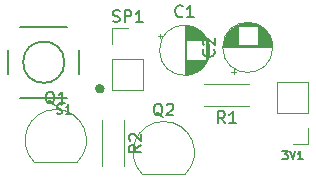
<source format=gbr>
%TF.GenerationSoftware,KiCad,Pcbnew,(5.1.12)-1*%
%TF.CreationDate,2023-08-26T19:38:22+05:30*%
%TF.ProjectId,BURGLAR  ALARAM,42555247-4c41-4522-9020-414c4152414d,rev?*%
%TF.SameCoordinates,Original*%
%TF.FileFunction,Legend,Top*%
%TF.FilePolarity,Positive*%
%FSLAX46Y46*%
G04 Gerber Fmt 4.6, Leading zero omitted, Abs format (unit mm)*
G04 Created by KiCad (PCBNEW (5.1.12)-1) date 2023-08-26 19:38:22*
%MOMM*%
%LPD*%
G01*
G04 APERTURE LIST*
%ADD10C,0.120000*%
%ADD11C,0.127000*%
%ADD12C,0.400000*%
%ADD13C,0.150000*%
G04 APERTURE END LIST*
D10*
%TO.C,SP1*%
X130496000Y-73212000D02*
X133156000Y-73212000D01*
X130496000Y-70612000D02*
X130496000Y-73212000D01*
X133156000Y-70612000D02*
X133156000Y-73212000D01*
X130496000Y-70612000D02*
X133156000Y-70612000D01*
X130496000Y-69342000D02*
X130496000Y-68012000D01*
X130496000Y-68012000D02*
X131826000Y-68012000D01*
D11*
%TO.C,S1*%
X127714000Y-71866000D02*
X127714000Y-69866000D01*
X121714000Y-71866000D02*
X121714000Y-69866000D01*
X126714000Y-73866000D02*
X122714000Y-73866000D01*
X126714000Y-67866000D02*
X122714000Y-67866000D01*
X126464000Y-70866000D02*
G75*
G03*
X126464000Y-70866000I-1750000J0D01*
G01*
D12*
X129664000Y-73116000D02*
G75*
G03*
X129664000Y-73116000I-200000J0D01*
G01*
D10*
%TO.C,R2*%
X131476000Y-75804000D02*
X131476000Y-79644000D01*
X129636000Y-75804000D02*
X129636000Y-79644000D01*
%TO.C,R1*%
X142128000Y-74580000D02*
X138288000Y-74580000D01*
X142128000Y-72740000D02*
X138288000Y-72740000D01*
%TO.C,Q2*%
X133074000Y-80336000D02*
X136674000Y-80336000D01*
X136712478Y-80324478D02*
G75*
G03*
X134874000Y-75886000I-1838478J1838478D01*
G01*
X133035522Y-80324478D02*
G75*
G02*
X134874000Y-75886000I1838478J1838478D01*
G01*
%TO.C,Q1*%
X123930000Y-79320000D02*
X127530000Y-79320000D01*
X127568478Y-79308478D02*
G75*
G03*
X125730000Y-74870000I-1838478J1838478D01*
G01*
X123891522Y-79308478D02*
G75*
G02*
X125730000Y-74870000I1838478J1838478D01*
G01*
%TO.C,C2*%
X144106000Y-69612000D02*
G75*
G03*
X144106000Y-69612000I-2120000J0D01*
G01*
X139906000Y-69612000D02*
X144066000Y-69612000D01*
X139906000Y-69572000D02*
X144066000Y-69572000D01*
X139907000Y-69532000D02*
X144065000Y-69532000D01*
X139909000Y-69492000D02*
X144063000Y-69492000D01*
X139912000Y-69452000D02*
X144060000Y-69452000D01*
X139915000Y-69412000D02*
X141146000Y-69412000D01*
X142826000Y-69412000D02*
X144057000Y-69412000D01*
X139919000Y-69372000D02*
X141146000Y-69372000D01*
X142826000Y-69372000D02*
X144053000Y-69372000D01*
X139924000Y-69332000D02*
X141146000Y-69332000D01*
X142826000Y-69332000D02*
X144048000Y-69332000D01*
X139930000Y-69292000D02*
X141146000Y-69292000D01*
X142826000Y-69292000D02*
X144042000Y-69292000D01*
X139936000Y-69252000D02*
X141146000Y-69252000D01*
X142826000Y-69252000D02*
X144036000Y-69252000D01*
X139944000Y-69212000D02*
X141146000Y-69212000D01*
X142826000Y-69212000D02*
X144028000Y-69212000D01*
X139952000Y-69172000D02*
X141146000Y-69172000D01*
X142826000Y-69172000D02*
X144020000Y-69172000D01*
X139961000Y-69132000D02*
X141146000Y-69132000D01*
X142826000Y-69132000D02*
X144011000Y-69132000D01*
X139970000Y-69092000D02*
X141146000Y-69092000D01*
X142826000Y-69092000D02*
X144002000Y-69092000D01*
X139981000Y-69052000D02*
X141146000Y-69052000D01*
X142826000Y-69052000D02*
X143991000Y-69052000D01*
X139992000Y-69012000D02*
X141146000Y-69012000D01*
X142826000Y-69012000D02*
X143980000Y-69012000D01*
X140004000Y-68972000D02*
X141146000Y-68972000D01*
X142826000Y-68972000D02*
X143968000Y-68972000D01*
X140018000Y-68932000D02*
X141146000Y-68932000D01*
X142826000Y-68932000D02*
X143954000Y-68932000D01*
X140032000Y-68891000D02*
X141146000Y-68891000D01*
X142826000Y-68891000D02*
X143940000Y-68891000D01*
X140046000Y-68851000D02*
X141146000Y-68851000D01*
X142826000Y-68851000D02*
X143926000Y-68851000D01*
X140062000Y-68811000D02*
X141146000Y-68811000D01*
X142826000Y-68811000D02*
X143910000Y-68811000D01*
X140079000Y-68771000D02*
X141146000Y-68771000D01*
X142826000Y-68771000D02*
X143893000Y-68771000D01*
X140097000Y-68731000D02*
X141146000Y-68731000D01*
X142826000Y-68731000D02*
X143875000Y-68731000D01*
X140116000Y-68691000D02*
X141146000Y-68691000D01*
X142826000Y-68691000D02*
X143856000Y-68691000D01*
X140135000Y-68651000D02*
X141146000Y-68651000D01*
X142826000Y-68651000D02*
X143837000Y-68651000D01*
X140156000Y-68611000D02*
X141146000Y-68611000D01*
X142826000Y-68611000D02*
X143816000Y-68611000D01*
X140178000Y-68571000D02*
X141146000Y-68571000D01*
X142826000Y-68571000D02*
X143794000Y-68571000D01*
X140201000Y-68531000D02*
X141146000Y-68531000D01*
X142826000Y-68531000D02*
X143771000Y-68531000D01*
X140226000Y-68491000D02*
X141146000Y-68491000D01*
X142826000Y-68491000D02*
X143746000Y-68491000D01*
X140251000Y-68451000D02*
X141146000Y-68451000D01*
X142826000Y-68451000D02*
X143721000Y-68451000D01*
X140278000Y-68411000D02*
X141146000Y-68411000D01*
X142826000Y-68411000D02*
X143694000Y-68411000D01*
X140306000Y-68371000D02*
X141146000Y-68371000D01*
X142826000Y-68371000D02*
X143666000Y-68371000D01*
X140336000Y-68331000D02*
X141146000Y-68331000D01*
X142826000Y-68331000D02*
X143636000Y-68331000D01*
X140367000Y-68291000D02*
X141146000Y-68291000D01*
X142826000Y-68291000D02*
X143605000Y-68291000D01*
X140399000Y-68251000D02*
X141146000Y-68251000D01*
X142826000Y-68251000D02*
X143573000Y-68251000D01*
X140434000Y-68211000D02*
X141146000Y-68211000D01*
X142826000Y-68211000D02*
X143538000Y-68211000D01*
X140470000Y-68171000D02*
X141146000Y-68171000D01*
X142826000Y-68171000D02*
X143502000Y-68171000D01*
X140508000Y-68131000D02*
X141146000Y-68131000D01*
X142826000Y-68131000D02*
X143464000Y-68131000D01*
X140548000Y-68091000D02*
X141146000Y-68091000D01*
X142826000Y-68091000D02*
X143424000Y-68091000D01*
X140590000Y-68051000D02*
X141146000Y-68051000D01*
X142826000Y-68051000D02*
X143382000Y-68051000D01*
X140635000Y-68011000D02*
X141146000Y-68011000D01*
X142826000Y-68011000D02*
X143337000Y-68011000D01*
X140682000Y-67971000D02*
X141146000Y-67971000D01*
X142826000Y-67971000D02*
X143290000Y-67971000D01*
X140732000Y-67931000D02*
X141146000Y-67931000D01*
X142826000Y-67931000D02*
X143240000Y-67931000D01*
X140786000Y-67891000D02*
X141146000Y-67891000D01*
X142826000Y-67891000D02*
X143186000Y-67891000D01*
X140844000Y-67851000D02*
X141146000Y-67851000D01*
X142826000Y-67851000D02*
X143128000Y-67851000D01*
X140906000Y-67811000D02*
X141146000Y-67811000D01*
X142826000Y-67811000D02*
X143066000Y-67811000D01*
X140973000Y-67771000D02*
X142999000Y-67771000D01*
X141046000Y-67731000D02*
X142926000Y-67731000D01*
X141127000Y-67691000D02*
X142845000Y-67691000D01*
X141218000Y-67651000D02*
X142754000Y-67651000D01*
X141322000Y-67611000D02*
X142650000Y-67611000D01*
X141449000Y-67571000D02*
X142523000Y-67571000D01*
X141616000Y-67531000D02*
X142356000Y-67531000D01*
X140791000Y-71881801D02*
X140791000Y-71481801D01*
X140591000Y-71681801D02*
X140991000Y-71681801D01*
%TO.C,C1*%
X138756000Y-69850000D02*
G75*
G03*
X138756000Y-69850000I-2120000J0D01*
G01*
X136636000Y-67770000D02*
X136636000Y-71930000D01*
X136676000Y-67770000D02*
X136676000Y-71930000D01*
X136716000Y-67771000D02*
X136716000Y-71929000D01*
X136756000Y-67773000D02*
X136756000Y-71927000D01*
X136796000Y-67776000D02*
X136796000Y-71924000D01*
X136836000Y-67779000D02*
X136836000Y-69010000D01*
X136836000Y-70690000D02*
X136836000Y-71921000D01*
X136876000Y-67783000D02*
X136876000Y-69010000D01*
X136876000Y-70690000D02*
X136876000Y-71917000D01*
X136916000Y-67788000D02*
X136916000Y-69010000D01*
X136916000Y-70690000D02*
X136916000Y-71912000D01*
X136956000Y-67794000D02*
X136956000Y-69010000D01*
X136956000Y-70690000D02*
X136956000Y-71906000D01*
X136996000Y-67800000D02*
X136996000Y-69010000D01*
X136996000Y-70690000D02*
X136996000Y-71900000D01*
X137036000Y-67808000D02*
X137036000Y-69010000D01*
X137036000Y-70690000D02*
X137036000Y-71892000D01*
X137076000Y-67816000D02*
X137076000Y-69010000D01*
X137076000Y-70690000D02*
X137076000Y-71884000D01*
X137116000Y-67825000D02*
X137116000Y-69010000D01*
X137116000Y-70690000D02*
X137116000Y-71875000D01*
X137156000Y-67834000D02*
X137156000Y-69010000D01*
X137156000Y-70690000D02*
X137156000Y-71866000D01*
X137196000Y-67845000D02*
X137196000Y-69010000D01*
X137196000Y-70690000D02*
X137196000Y-71855000D01*
X137236000Y-67856000D02*
X137236000Y-69010000D01*
X137236000Y-70690000D02*
X137236000Y-71844000D01*
X137276000Y-67868000D02*
X137276000Y-69010000D01*
X137276000Y-70690000D02*
X137276000Y-71832000D01*
X137316000Y-67882000D02*
X137316000Y-69010000D01*
X137316000Y-70690000D02*
X137316000Y-71818000D01*
X137357000Y-67896000D02*
X137357000Y-69010000D01*
X137357000Y-70690000D02*
X137357000Y-71804000D01*
X137397000Y-67910000D02*
X137397000Y-69010000D01*
X137397000Y-70690000D02*
X137397000Y-71790000D01*
X137437000Y-67926000D02*
X137437000Y-69010000D01*
X137437000Y-70690000D02*
X137437000Y-71774000D01*
X137477000Y-67943000D02*
X137477000Y-69010000D01*
X137477000Y-70690000D02*
X137477000Y-71757000D01*
X137517000Y-67961000D02*
X137517000Y-69010000D01*
X137517000Y-70690000D02*
X137517000Y-71739000D01*
X137557000Y-67980000D02*
X137557000Y-69010000D01*
X137557000Y-70690000D02*
X137557000Y-71720000D01*
X137597000Y-67999000D02*
X137597000Y-69010000D01*
X137597000Y-70690000D02*
X137597000Y-71701000D01*
X137637000Y-68020000D02*
X137637000Y-69010000D01*
X137637000Y-70690000D02*
X137637000Y-71680000D01*
X137677000Y-68042000D02*
X137677000Y-69010000D01*
X137677000Y-70690000D02*
X137677000Y-71658000D01*
X137717000Y-68065000D02*
X137717000Y-69010000D01*
X137717000Y-70690000D02*
X137717000Y-71635000D01*
X137757000Y-68090000D02*
X137757000Y-69010000D01*
X137757000Y-70690000D02*
X137757000Y-71610000D01*
X137797000Y-68115000D02*
X137797000Y-69010000D01*
X137797000Y-70690000D02*
X137797000Y-71585000D01*
X137837000Y-68142000D02*
X137837000Y-69010000D01*
X137837000Y-70690000D02*
X137837000Y-71558000D01*
X137877000Y-68170000D02*
X137877000Y-69010000D01*
X137877000Y-70690000D02*
X137877000Y-71530000D01*
X137917000Y-68200000D02*
X137917000Y-69010000D01*
X137917000Y-70690000D02*
X137917000Y-71500000D01*
X137957000Y-68231000D02*
X137957000Y-69010000D01*
X137957000Y-70690000D02*
X137957000Y-71469000D01*
X137997000Y-68263000D02*
X137997000Y-69010000D01*
X137997000Y-70690000D02*
X137997000Y-71437000D01*
X138037000Y-68298000D02*
X138037000Y-69010000D01*
X138037000Y-70690000D02*
X138037000Y-71402000D01*
X138077000Y-68334000D02*
X138077000Y-69010000D01*
X138077000Y-70690000D02*
X138077000Y-71366000D01*
X138117000Y-68372000D02*
X138117000Y-69010000D01*
X138117000Y-70690000D02*
X138117000Y-71328000D01*
X138157000Y-68412000D02*
X138157000Y-69010000D01*
X138157000Y-70690000D02*
X138157000Y-71288000D01*
X138197000Y-68454000D02*
X138197000Y-69010000D01*
X138197000Y-70690000D02*
X138197000Y-71246000D01*
X138237000Y-68499000D02*
X138237000Y-69010000D01*
X138237000Y-70690000D02*
X138237000Y-71201000D01*
X138277000Y-68546000D02*
X138277000Y-69010000D01*
X138277000Y-70690000D02*
X138277000Y-71154000D01*
X138317000Y-68596000D02*
X138317000Y-69010000D01*
X138317000Y-70690000D02*
X138317000Y-71104000D01*
X138357000Y-68650000D02*
X138357000Y-69010000D01*
X138357000Y-70690000D02*
X138357000Y-71050000D01*
X138397000Y-68708000D02*
X138397000Y-69010000D01*
X138397000Y-70690000D02*
X138397000Y-70992000D01*
X138437000Y-68770000D02*
X138437000Y-69010000D01*
X138437000Y-70690000D02*
X138437000Y-70930000D01*
X138477000Y-68837000D02*
X138477000Y-70863000D01*
X138517000Y-68910000D02*
X138517000Y-70790000D01*
X138557000Y-68991000D02*
X138557000Y-70709000D01*
X138597000Y-69082000D02*
X138597000Y-70618000D01*
X138637000Y-69186000D02*
X138637000Y-70514000D01*
X138677000Y-69313000D02*
X138677000Y-70387000D01*
X138717000Y-69480000D02*
X138717000Y-70220000D01*
X134366199Y-68655000D02*
X134766199Y-68655000D01*
X134566199Y-68455000D02*
X134566199Y-68855000D01*
%TO.C,3V1*%
X147126000Y-72584000D02*
X144466000Y-72584000D01*
X147126000Y-75184000D02*
X147126000Y-72584000D01*
X144466000Y-75184000D02*
X144466000Y-72584000D01*
X147126000Y-75184000D02*
X144466000Y-75184000D01*
X147126000Y-76454000D02*
X147126000Y-77784000D01*
X147126000Y-77784000D02*
X145796000Y-77784000D01*
%TO.C,SP1*%
D13*
X130564095Y-67416761D02*
X130706952Y-67464380D01*
X130945047Y-67464380D01*
X131040285Y-67416761D01*
X131087904Y-67369142D01*
X131135523Y-67273904D01*
X131135523Y-67178666D01*
X131087904Y-67083428D01*
X131040285Y-67035809D01*
X130945047Y-66988190D01*
X130754571Y-66940571D01*
X130659333Y-66892952D01*
X130611714Y-66845333D01*
X130564095Y-66750095D01*
X130564095Y-66654857D01*
X130611714Y-66559619D01*
X130659333Y-66512000D01*
X130754571Y-66464380D01*
X130992666Y-66464380D01*
X131135523Y-66512000D01*
X131564095Y-67464380D02*
X131564095Y-66464380D01*
X131945047Y-66464380D01*
X132040285Y-66512000D01*
X132087904Y-66559619D01*
X132135523Y-66654857D01*
X132135523Y-66797714D01*
X132087904Y-66892952D01*
X132040285Y-66940571D01*
X131945047Y-66988190D01*
X131564095Y-66988190D01*
X133087904Y-67464380D02*
X132516476Y-67464380D01*
X132802190Y-67464380D02*
X132802190Y-66464380D01*
X132706952Y-66607238D01*
X132611714Y-66702476D01*
X132516476Y-66750095D01*
%TO.C,S1*%
X125816144Y-75204304D02*
X125930600Y-75242456D01*
X126121362Y-75242456D01*
X126197666Y-75204304D01*
X126235818Y-75166151D01*
X126273971Y-75089847D01*
X126273971Y-75013542D01*
X126235818Y-74937238D01*
X126197666Y-74899086D01*
X126121362Y-74860933D01*
X125968753Y-74822781D01*
X125892448Y-74784629D01*
X125854296Y-74746477D01*
X125816144Y-74670172D01*
X125816144Y-74593868D01*
X125854296Y-74517563D01*
X125892448Y-74479411D01*
X125968753Y-74441259D01*
X126159514Y-74441259D01*
X126273971Y-74479411D01*
X127037015Y-75242456D02*
X126579188Y-75242456D01*
X126808102Y-75242456D02*
X126808102Y-74441259D01*
X126731797Y-74555715D01*
X126655493Y-74632020D01*
X126579188Y-74670172D01*
%TO.C,R2*%
X132928380Y-77890666D02*
X132452190Y-78224000D01*
X132928380Y-78462095D02*
X131928380Y-78462095D01*
X131928380Y-78081142D01*
X131976000Y-77985904D01*
X132023619Y-77938285D01*
X132118857Y-77890666D01*
X132261714Y-77890666D01*
X132356952Y-77938285D01*
X132404571Y-77985904D01*
X132452190Y-78081142D01*
X132452190Y-78462095D01*
X132023619Y-77509714D02*
X131976000Y-77462095D01*
X131928380Y-77366857D01*
X131928380Y-77128761D01*
X131976000Y-77033523D01*
X132023619Y-76985904D01*
X132118857Y-76938285D01*
X132214095Y-76938285D01*
X132356952Y-76985904D01*
X132928380Y-77557333D01*
X132928380Y-76938285D01*
%TO.C,R1*%
X140041333Y-76032380D02*
X139708000Y-75556190D01*
X139469904Y-76032380D02*
X139469904Y-75032380D01*
X139850857Y-75032380D01*
X139946095Y-75080000D01*
X139993714Y-75127619D01*
X140041333Y-75222857D01*
X140041333Y-75365714D01*
X139993714Y-75460952D01*
X139946095Y-75508571D01*
X139850857Y-75556190D01*
X139469904Y-75556190D01*
X140993714Y-76032380D02*
X140422285Y-76032380D01*
X140708000Y-76032380D02*
X140708000Y-75032380D01*
X140612761Y-75175238D01*
X140517523Y-75270476D01*
X140422285Y-75318095D01*
%TO.C,Q2*%
X134778761Y-75473619D02*
X134683523Y-75426000D01*
X134588285Y-75330761D01*
X134445428Y-75187904D01*
X134350190Y-75140285D01*
X134254952Y-75140285D01*
X134302571Y-75378380D02*
X134207333Y-75330761D01*
X134112095Y-75235523D01*
X134064476Y-75045047D01*
X134064476Y-74711714D01*
X134112095Y-74521238D01*
X134207333Y-74426000D01*
X134302571Y-74378380D01*
X134493047Y-74378380D01*
X134588285Y-74426000D01*
X134683523Y-74521238D01*
X134731142Y-74711714D01*
X134731142Y-75045047D01*
X134683523Y-75235523D01*
X134588285Y-75330761D01*
X134493047Y-75378380D01*
X134302571Y-75378380D01*
X135112095Y-74473619D02*
X135159714Y-74426000D01*
X135254952Y-74378380D01*
X135493047Y-74378380D01*
X135588285Y-74426000D01*
X135635904Y-74473619D01*
X135683523Y-74568857D01*
X135683523Y-74664095D01*
X135635904Y-74806952D01*
X135064476Y-75378380D01*
X135683523Y-75378380D01*
%TO.C,Q1*%
X125634761Y-74457619D02*
X125539523Y-74410000D01*
X125444285Y-74314761D01*
X125301428Y-74171904D01*
X125206190Y-74124285D01*
X125110952Y-74124285D01*
X125158571Y-74362380D02*
X125063333Y-74314761D01*
X124968095Y-74219523D01*
X124920476Y-74029047D01*
X124920476Y-73695714D01*
X124968095Y-73505238D01*
X125063333Y-73410000D01*
X125158571Y-73362380D01*
X125349047Y-73362380D01*
X125444285Y-73410000D01*
X125539523Y-73505238D01*
X125587142Y-73695714D01*
X125587142Y-74029047D01*
X125539523Y-74219523D01*
X125444285Y-74314761D01*
X125349047Y-74362380D01*
X125158571Y-74362380D01*
X126539523Y-74362380D02*
X125968095Y-74362380D01*
X126253809Y-74362380D02*
X126253809Y-73362380D01*
X126158571Y-73505238D01*
X126063333Y-73600476D01*
X125968095Y-73648095D01*
%TO.C,C2*%
X139093142Y-69778666D02*
X139140761Y-69826285D01*
X139188380Y-69969142D01*
X139188380Y-70064380D01*
X139140761Y-70207238D01*
X139045523Y-70302476D01*
X138950285Y-70350095D01*
X138759809Y-70397714D01*
X138616952Y-70397714D01*
X138426476Y-70350095D01*
X138331238Y-70302476D01*
X138236000Y-70207238D01*
X138188380Y-70064380D01*
X138188380Y-69969142D01*
X138236000Y-69826285D01*
X138283619Y-69778666D01*
X138283619Y-69397714D02*
X138236000Y-69350095D01*
X138188380Y-69254857D01*
X138188380Y-69016761D01*
X138236000Y-68921523D01*
X138283619Y-68873904D01*
X138378857Y-68826285D01*
X138474095Y-68826285D01*
X138616952Y-68873904D01*
X139188380Y-69445333D01*
X139188380Y-68826285D01*
%TO.C,C1*%
X136469333Y-66957142D02*
X136421714Y-67004761D01*
X136278857Y-67052380D01*
X136183619Y-67052380D01*
X136040761Y-67004761D01*
X135945523Y-66909523D01*
X135897904Y-66814285D01*
X135850285Y-66623809D01*
X135850285Y-66480952D01*
X135897904Y-66290476D01*
X135945523Y-66195238D01*
X136040761Y-66100000D01*
X136183619Y-66052380D01*
X136278857Y-66052380D01*
X136421714Y-66100000D01*
X136469333Y-66147619D01*
X137421714Y-67052380D02*
X136850285Y-67052380D01*
X137136000Y-67052380D02*
X137136000Y-66052380D01*
X137040761Y-66195238D01*
X136945523Y-66290476D01*
X136850285Y-66338095D01*
%TO.C,3V1*%
X144929333Y-78400666D02*
X145362666Y-78400666D01*
X145129333Y-78667333D01*
X145229333Y-78667333D01*
X145296000Y-78700666D01*
X145329333Y-78734000D01*
X145362666Y-78800666D01*
X145362666Y-78967333D01*
X145329333Y-79034000D01*
X145296000Y-79067333D01*
X145229333Y-79100666D01*
X145029333Y-79100666D01*
X144962666Y-79067333D01*
X144929333Y-79034000D01*
X145562666Y-78400666D02*
X145796000Y-79100666D01*
X146029333Y-78400666D01*
X146629333Y-79100666D02*
X146229333Y-79100666D01*
X146429333Y-79100666D02*
X146429333Y-78400666D01*
X146362666Y-78500666D01*
X146296000Y-78567333D01*
X146229333Y-78600666D01*
%TD*%
M02*

</source>
